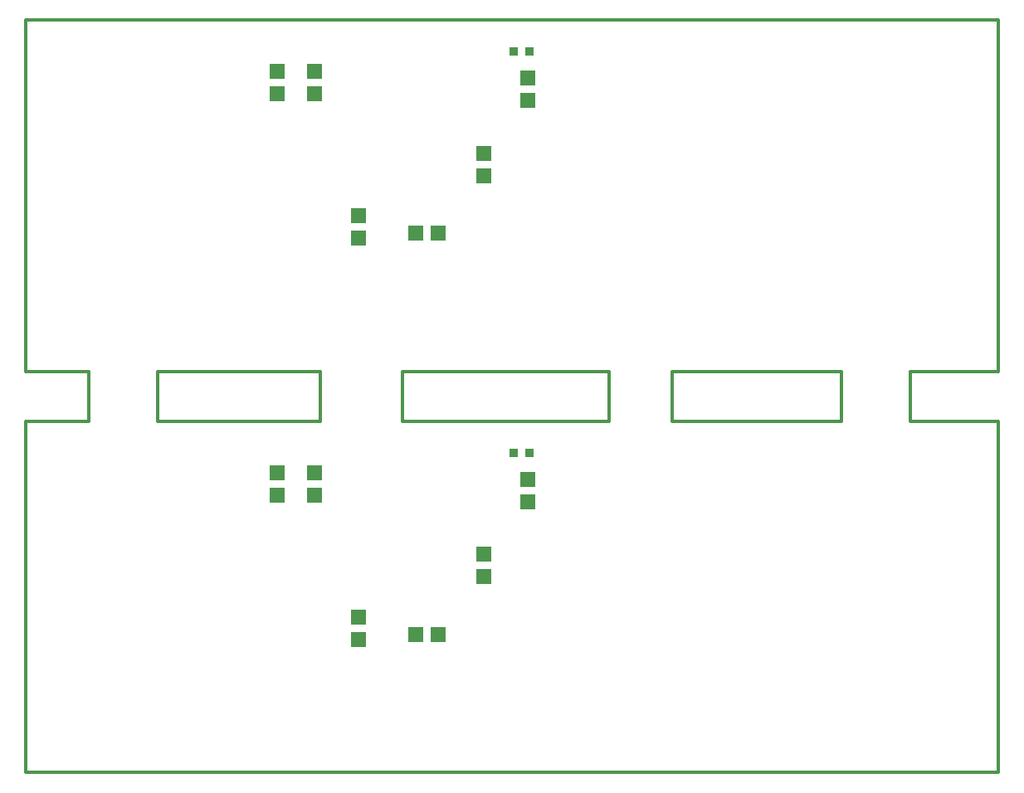
<source format=gbr>
G04 DesignSpark PCB Gerber Version 10.0 Build 5299*
G04 #@! TF.Part,Single*
G04 #@! TF.FileFunction,Paste,Top*
G04 #@! TF.FilePolarity,Positive*
%FSLAX35Y35*%
%MOIN*%
G04 #@! TA.AperFunction,SMDPad,CuDef*
%ADD125R,0.06096X0.06096*%
%ADD126R,0.03301X0.03301*%
G04 #@! TD.AperFunction*
%ADD10C,0.01200*%
G04 #@! TA.AperFunction,SMDPad,CuDef*
%ADD127R,0.06096X0.06096*%
G04 #@! TD.AperFunction*
X0Y0D02*
D02*
D10*
X25797Y25797D02*
Y166899D01*
X50994D01*
Y187057D01*
X25797D01*
Y328159D01*
X416348D01*
Y187057D01*
X381072D01*
Y166899D01*
X416348D01*
Y25797D01*
X25797D01*
X78710Y166899D02*
X144222D01*
Y187057D01*
X78710D01*
Y166899D01*
X176978Y187057D02*
X260128D01*
Y166899D01*
X176978D01*
Y187057D01*
X353356D02*
X285324D01*
Y166899D01*
X353356D01*
Y187057D01*
D02*
D125*
X126584Y137202D03*
D03*
Y146202D03*
D03*
Y298462D03*
D03*
Y307462D03*
D03*
X141702Y137202D03*
D03*
Y146202D03*
D03*
Y298462D03*
D03*
Y307462D03*
D03*
X159340Y79250D03*
D03*
Y88250D03*
D03*
Y240509D03*
D03*
Y249509D03*
D03*
X209734Y104446D03*
D03*
Y113446D03*
D03*
Y265706D03*
D03*
Y274706D03*
D03*
X227372Y134683D03*
D03*
Y143683D03*
D03*
Y295943D03*
D03*
Y304943D03*
D03*
D02*
D126*
X221604Y154301D03*
D03*
Y315561D03*
D03*
X228100Y154301D03*
D03*
Y315561D03*
D03*
D02*
D127*
X182557Y81230D03*
D03*
Y242490D03*
D03*
X191557Y81230D03*
D03*
Y242490D03*
D03*
X0Y0D02*
M02*

</source>
